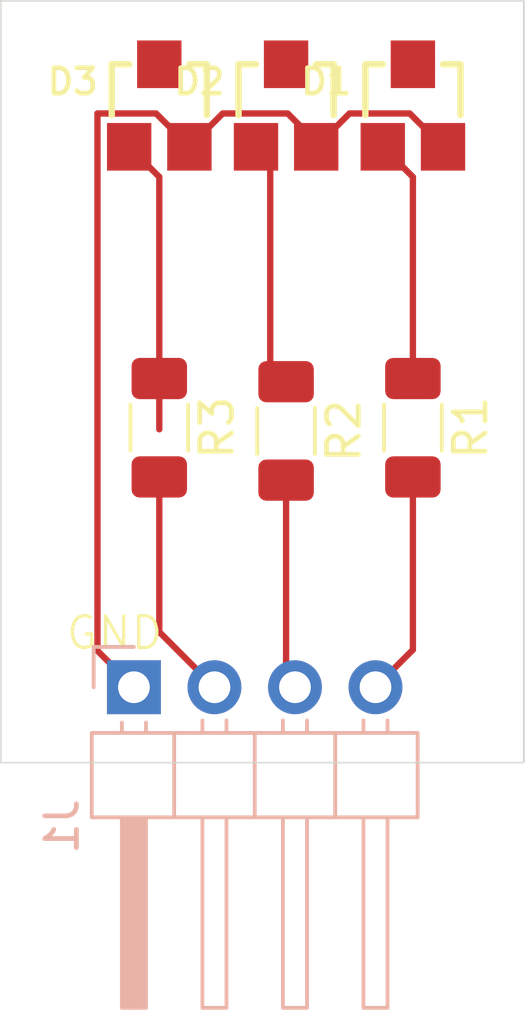
<source format=kicad_pcb>
(kicad_pcb (version 20240108) (generator "pcbnew") (generator_version "8.0")
  (layers (0 "F.Cu" signal) (31 "B.Cu" signal) (34 "B.Paste" user) (35 "F.Paste" user) (36 "B.SilkS" user "B.Silkscreen") (37 "F.SilkS" user "F.Silkscreen") (38 "B.Mask" user) (39 "F.Mask" user) (44 "Edge.Cuts" user))
  (net 0 "")
  (net 1 "Net-(D1-K)")
  (net 2 "Net-(D1-A)")
  (net 3 "Net-(D2-A)")
  (net 4 "Net-(D3-A)")
  (net 5 "Net-(J1-Pin_4)")
  (net 6 "Net-(J1-Pin_3)")
  (net 7 "Net-(J1-Pin_2)")
  (footprint "Resistor_SMD:R_1206_3216Metric_Pad1.30x1.75mm_HandSolder" (layer "F.Cu") (at 149.5 92.95 -90)
    (property "Reference" "R3" (at 0 -1.82 90) (layer "F.SilkS"))
    (property "Value" "R")
    (fp_line (start -0.727064 0.91) (end 0.727064 0.91) (stroke (width 0.12)) (layer "F.SilkS"))
    (fp_line (start -0.727064 -0.91) (end 0.727064 -0.91) (stroke (width 0.12)) (layer "F.SilkS"))
    (pad "1" smd roundrect (at -1.55 0 270) (size 1.3 1.75) (layers "F.Cu" "F.Paste" "F.Mask") (roundrect_rratio 0.192308) (net 4 "Net-(D3-A)"))
    (pad "2" smd roundrect (at 1.55 0 270) (size 1.3 1.75) (layers "F.Cu" "F.Paste" "F.Mask") (roundrect_rratio 0.192308) (net 7 "Net-(J1-Pin_2)"))
  )
  (footprint "footprints:SML-LX15" (layer "F.Cu") (at 149.5 83)
    (property "Reference" "D3" (at -2.73309 -0.9534 180) (layer "F.SilkS") (effects (font (size 0.800756 0.800756))))
    (property "Value" "LED")
    (fp_line (start -1.5 -1.5) (end -1.5 0.1) (stroke (width 0.2032)) (layer "F.SilkS"))
    (fp_line (start -0.95 -1.5) (end -1.5 -1.5) (stroke (width 0.2032)) (layer "F.SilkS"))
    (fp_line (start 1.5 -1.5) (end 0.95 -1.5) (stroke (width 0.2032)) (layer "F.SilkS"))
    (fp_line (start 1.5 0.1) (end 1.5 -1.5) (stroke (width 0.2032)) (layer "F.SilkS"))
    (pad "1" smd rect (at 0.95 1.1) (size 1.4 1.5) (layers "F.Cu" "F.Paste" "F.Mask") (net 1 "Net-(D1-K)"))
    (pad "2" smd rect (at -0.95 1.1) (size 1.4 1.5) (layers "F.Cu" "F.Paste" "F.Mask") (net 4 "Net-(D3-A)"))
    (pad "3" smd rect (at 0 -1.5) (size 1.4 1.5) (layers "F.Cu" "F.Paste" "F.Mask"))
  )
  (footprint "footprints:SML-LX15" (layer "F.Cu") (at 153.5 83)
    (property "Reference" "D2" (at -2.73309 -0.9534 180) (layer "F.SilkS") (effects (font (size 0.800756 0.800756))))
    (property "Value" "LED")
    (fp_line (start -1.5 -1.5) (end -1.5 0.1) (stroke (width 0.2032)) (layer "F.SilkS"))
    (fp_line (start -0.95 -1.5) (end -1.5 -1.5) (stroke (width 0.2032)) (layer "F.SilkS"))
    (fp_line (start 1.5 -1.5) (end 0.95 -1.5) (stroke (width 0.2032)) (layer "F.SilkS"))
    (fp_line (start 1.5 0.1) (end 1.5 -1.5) (stroke (width 0.2032)) (layer "F.SilkS"))
    (pad "1" smd rect (at 0.95 1.1) (size 1.4 1.5) (layers "F.Cu" "F.Paste" "F.Mask") (net 1 "Net-(D1-K)"))
    (pad "2" smd rect (at -0.95 1.1) (size 1.4 1.5) (layers "F.Cu" "F.Paste" "F.Mask") (net 3 "Net-(D2-A)"))
    (pad "3" smd rect (at 0 -1.5) (size 1.4 1.5) (layers "F.Cu" "F.Paste" "F.Mask"))
  )
  (footprint "Resistor_SMD:R_1206_3216Metric_Pad1.30x1.75mm_HandSolder" (layer "F.Cu") (at 157.5 92.95 -90)
    (property "Reference" "R1" (at 0 -1.82 90) (layer "F.SilkS"))
    (property "Value" "R")
    (fp_line (start -0.727064 0.91) (end 0.727064 0.91) (stroke (width 0.12)) (layer "F.SilkS"))
    (fp_line (start -0.727064 -0.91) (end 0.727064 -0.91) (stroke (width 0.12)) (layer "F.SilkS"))
    (pad "1" smd roundrect (at -1.55 0 270) (size 1.3 1.75) (layers "F.Cu" "F.Paste" "F.Mask") (roundrect_rratio 0.192308) (net 2 "Net-(D1-A)"))
    (pad "2" smd roundrect (at 1.55 0 270) (size 1.3 1.75) (layers "F.Cu" "F.Paste" "F.Mask") (roundrect_rratio 0.192308) (net 5 "Net-(J1-Pin_4)"))
  )
  (footprint "footprints:SML-LX15" (layer "F.Cu") (at 157.5 83)
    (property "Reference" "D1" (at -2.73309 -0.9534 180) (layer "F.SilkS") (effects (font (size 0.800756 0.800756))))
    (property "Value" "LED")
    (fp_line (start -1.5 -1.5) (end -1.5 0.1) (stroke (width 0.2032)) (layer "F.SilkS"))
    (fp_line (start -0.95 -1.5) (end -1.5 -1.5) (stroke (width 0.2032)) (layer "F.SilkS"))
    (fp_line (start 1.5 -1.5) (end 0.95 -1.5) (stroke (width 0.2032)) (layer "F.SilkS"))
    (fp_line (start 1.5 0.1) (end 1.5 -1.5) (stroke (width 0.2032)) (layer "F.SilkS"))
    (pad "1" smd rect (at 0.95 1.1) (size 1.4 1.5) (layers "F.Cu" "F.Paste" "F.Mask") (net 1 "Net-(D1-K)"))
    (pad "2" smd rect (at -0.95 1.1) (size 1.4 1.5) (layers "F.Cu" "F.Paste" "F.Mask") (net 2 "Net-(D1-A)"))
    (pad "3" smd rect (at 0 -1.5) (size 1.4 1.5) (layers "F.Cu" "F.Paste" "F.Mask"))
  )
  (footprint "Resistor_SMD:R_1206_3216Metric_Pad1.30x1.75mm_HandSolder" (layer "F.Cu") (at 153.5 93.05 -90)
    (property "Reference" "R2" (at 0 -1.82 90) (layer "F.SilkS"))
    (property "Value" "R")
    (fp_line (start -0.727064 0.91) (end 0.727064 0.91) (stroke (width 0.12)) (layer "F.SilkS"))
    (fp_line (start -0.727064 -0.91) (end 0.727064 -0.91) (stroke (width 0.12)) (layer "F.SilkS"))
    (pad "1" smd roundrect (at -1.55 0 270) (size 1.3 1.75) (layers "F.Cu" "F.Paste" "F.Mask") (roundrect_rratio 0.192308) (net 3 "Net-(D2-A)"))
    (pad "2" smd roundrect (at 1.55 0 270) (size 1.3 1.75) (layers "F.Cu" "F.Paste" "F.Mask") (roundrect_rratio 0.192308) (net 6 "Net-(J1-Pin_3)"))
  )
  (footprint "Connector_PinHeader_2.54mm:PinHeader_1x04_P2.54mm_Horizontal" (layer "B.Cu") (at 148.7 101.125 -90)
    (property "Reference" "J1" (at 4.385 2.27 90) (layer "B.SilkS") (effects (justify mirror)))
    (property "Value" "Conn_01x04_Pin")
    (fp_line (start 1.44 1.33) (end 4.1 1.33) (stroke (width 0.12)) (layer "B.SilkS"))
    (fp_line (start 4.1 1.33) (end 4.1 -8.95) (stroke (width 0.12)) (layer "B.SilkS"))
    (fp_line (start -1.27 1.27) (end -1.27 0) (stroke (width 0.12)) (layer "B.SilkS"))
    (fp_line (start 0 1.27) (end -1.27 1.27) (stroke (width 0.12)) (layer "B.SilkS"))
    (fp_line (start 1.44 0.38) (end 1.11 0.38) (stroke (width 0.12)) (layer "B.SilkS"))
    (fp_line (start 10.1 0.38) (end 4.1 0.38) (stroke (width 0.12)) (layer "B.SilkS"))
    (fp_line (start 10.1 0.32) (end 4.1 0.32) (stroke (width 0.12)) (layer "B.SilkS"))
    (fp_line (start 10.1 0.2) (end 4.1 0.2) (stroke (width 0.12)) (layer "B.SilkS"))
    (fp_line (start 10.1 0.08) (end 4.1 0.08) (stroke (width 0.12)) (layer "B.SilkS"))
    (fp_line (start 10.1 -0.04) (end 4.1 -0.04) (stroke (width 0.12)) (layer "B.SilkS"))
    (fp_line (start 10.1 -0.16) (end 4.1 -0.16) (stroke (width 0.12)) (layer "B.SilkS"))
    (fp_line (start 10.1 -0.28) (end 4.1 -0.28) (stroke (width 0.12)) (layer "B.SilkS"))
    (fp_line (start 1.44 -0.38) (end 1.11 -0.38) (stroke (width 0.12)) (layer "B.SilkS"))
    (fp_line (start 4.1 -0.38) (end 10.1 -0.38) (stroke (width 0.12)) (layer "B.SilkS"))
    (fp_line (start 10.1 -0.38) (end 10.1 0.38) (stroke (width 0.12)) (layer "B.SilkS"))
    (fp_line (start 4.1 -1.27) (end 1.44 -1.27) (stroke (width 0.12)) (layer "B.SilkS"))
    (fp_line (start 1.44 -2.16) (end 1.042929 -2.16) (stroke (width 0.12)) (layer "B.SilkS"))
    (fp_line (start 10.1 -2.16) (end 4.1 -2.16) (stroke (width 0.12)) (layer "B.SilkS"))
    (fp_line (start 1.44 -2.92) (end 1.042929 -2.92) (stroke (width 0.12)) (layer "B.SilkS"))
    (fp_line (start 4.1 -2.92) (end 10.1 -2.92) (stroke (width 0.12)) (layer "B.SilkS"))
    (fp_line (start 10.1 -2.92) (end 10.1 -2.16) (stroke (width 0.12)) (layer "B.SilkS"))
    (fp_line (start 4.1 -3.81) (end 1.44 -3.81) (stroke (width 0.12)) (layer "B.SilkS"))
    (fp_line (start 1.44 -4.7) (end 1.042929 -4.7) (stroke (width 0.12)) (layer "B.SilkS"))
    (fp_line (start 10.1 -4.7) (end 4.1 -4.7) (stroke (width 0.12)) (layer "B.SilkS"))
    (fp_line (start 1.44 -5.46) (end 1.042929 -5.46) (stroke (width 0.12)) (layer "B.SilkS"))
    (fp_line (start 4.1 -5.46) (end 10.1 -5.46) (stroke (width 0.12)) (layer "B.SilkS"))
    (fp_line (start 10.1 -5.46) (end 10.1 -4.7) (stroke (width 0.12)) (layer "B.SilkS"))
    (fp_line (start 4.1 -6.35) (end 1.44 -6.35) (stroke (width 0.12)) (layer "B.SilkS"))
    (fp_line (start 1.44 -7.24) (end 1.042929 -7.24) (stroke (width 0.12)) (layer "B.SilkS"))
    (fp_line (start 10.1 -7.24) (end 4.1 -7.24) (stroke (width 0.12)) (layer "B.SilkS"))
    (fp_line (start 1.44 -8) (end 1.042929 -8) (stroke (width 0.12)) (layer "B.SilkS"))
    (fp_line (start 4.1 -8) (end 10.1 -8) (stroke (width 0.12)) (layer "B.SilkS"))
    (fp_line (start 10.1 -8) (end 10.1 -7.24) (stroke (width 0.12)) (layer "B.SilkS"))
    (fp_line (start 1.44 -8.95) (end 1.44 1.33) (stroke (width 0.12)) (layer "B.SilkS"))
    (fp_line (start 4.1 -8.95) (end 1.44 -8.95) (stroke (width 0.12)) (layer "B.SilkS"))
    (pad "1" thru_hole rect (at 0 0 270) (size 1.7 1.7) (drill 1) (layers "*.Cu" "*.Mask") (net 1 "Net-(D1-K)"))
    (pad "2" thru_hole oval (at 0 -2.54 270) (size 1.7 1.7) (drill 1) (layers "*.Cu" "*.Mask") (net 7 "Net-(J1-Pin_2)"))
    (pad "3" thru_hole oval (at 0 -5.08 270) (size 1.7 1.7) (drill 1) (layers "*.Cu" "*.Mask") (net 6 "Net-(J1-Pin_3)"))
    (pad "4" thru_hole oval (at 0 -7.62 270) (size 1.7 1.7) (drill 1) (layers "*.Cu" "*.Mask") (net 5 "Net-(J1-Pin_4)"))
  )
  (gr_rect (start 144.5 79.5) (end 161 103.5) (stroke (width 0.05)) (fill none) (layer "Edge.Cuts"))
  (gr_text "GND" (at 146.5 100 0) (layer "F.SilkS") (effects (font (size 1 1) (thickness 0.1)) (justify left bottom)))
  (segment (start 147.55 83.05) (end 147.55 99.975) (width 0.2) (layer "F.Cu") (net 1))
  (segment (start 155.5 83.05) (end 154.45 84.1) (width 0.2) (layer "F.Cu") (net 1))
  (segment (start 149.4 83.05) (end 147.55 83.05) (width 0.2) (layer "F.Cu") (net 1))
  (segment (start 147.55 99.975) (end 148.7 101.125) (width 0.2) (layer "F.Cu") (net 1))
  (segment (start 150.45 84.1) (end 149.4 83.05) (width 0.2) (layer "F.Cu") (net 1))
  (segment (start 151.5 83.05) (end 150.45 84.1) (width 0.2) (layer "F.Cu") (net 1))
  (segment (start 158.45 84.1) (end 157.4 83.05) (width 0.2) (layer "F.Cu") (net 1))
  (segment (start 154.45 83.95) (end 153.55 83.05) (width 0.2) (layer "F.Cu") (net 1))
  (segment (start 154.45 84.1) (end 154.45 83.95) (width 0.2) (layer "F.Cu") (net 1))
  (segment (start 153.55 83.05) (end 151.5 83.05) (width 0.2) (layer "F.Cu") (net 1))
  (segment (start 157.4 83.05) (end 155.5 83.05) (width 0.2) (layer "F.Cu") (net 1))
  (segment (start 157.5 85.05) (end 156.55 84.1) (width 0.2) (layer "F.Cu") (net 2))
  (segment (start 157.5 91.4) (end 157.5 85.05) (width 0.2) (layer "F.Cu") (net 2))
  (segment (start 153 90.95) (end 153 84.55) (width 0.2) (layer "F.Cu") (net 3))
  (segment (start 153 84.55) (end 152.55 84.1) (width 0.2) (layer "F.Cu") (net 3))
  (segment (start 149.5 90.95) (end 149.5 93) (width 0.2) (layer "F.Cu") (net 4))
  (segment (start 149.5 91.4) (end 149.5 85.05) (width 0.2) (layer "F.Cu") (net 4))
  (segment (start 149.5 85.05) (end 148.55 84.1) (width 0.2) (layer "F.Cu") (net 4))
  (segment (start 157.5 99.945) (end 156.32 101.125) (width 0.2) (layer "F.Cu") (net 5))
  (segment (start 157.5 94.5) (end 157.5 99.945) (width 0.2) (layer "F.Cu") (net 5))
  (segment (start 153.5 94.6) (end 153.5 100.845) (width 0.2) (layer "F.Cu") (net 6))
  (segment (start 153.5 100.845) (end 153.78 101.125) (width 0.2) (layer "F.Cu") (net 6))
  (segment (start 149.5 94.5) (end 149.5 99.385) (width 0.2) (layer "F.Cu") (net 7))
  (segment (start 149.5 99.385) (end 151.24 101.125) (width 0.2) (layer "F.Cu") (net 7))
)
</source>
